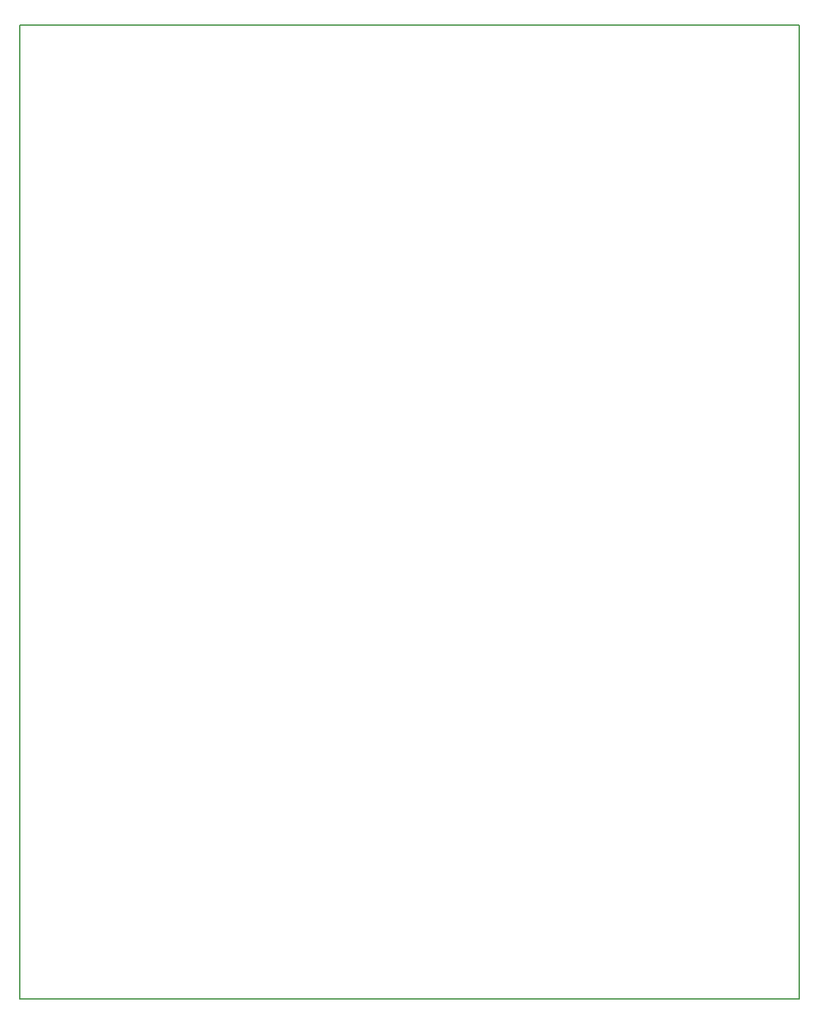
<source format=gbr>
G04 #@! TF.GenerationSoftware,KiCad,Pcbnew,5.0.0-fee4fd1~66~ubuntu16.04.1*
G04 #@! TF.CreationDate,2018-09-24T20:27:19+02:00*
G04 #@! TF.ProjectId,pi2-base,7069322D626173652E6B696361645F70,B*
G04 #@! TF.SameCoordinates,Original*
G04 #@! TF.FileFunction,Profile,NP*
%FSLAX46Y46*%
G04 Gerber Fmt 4.6, Leading zero omitted, Abs format (unit mm)*
G04 Created by KiCad (PCBNEW 5.0.0-fee4fd1~66~ubuntu16.04.1) date Mon Sep 24 20:27:19 2018*
%MOMM*%
%LPD*%
G01*
G04 APERTURE LIST*
%ADD10C,0.150000*%
G04 APERTURE END LIST*
D10*
X96020000Y-157480000D02*
X96020000Y-32480000D01*
X196020000Y-157480000D02*
X96020000Y-157480000D01*
X196020000Y-32480000D02*
X196020000Y-157480000D01*
X96020000Y-32480000D02*
X196020000Y-32480000D01*
M02*

</source>
